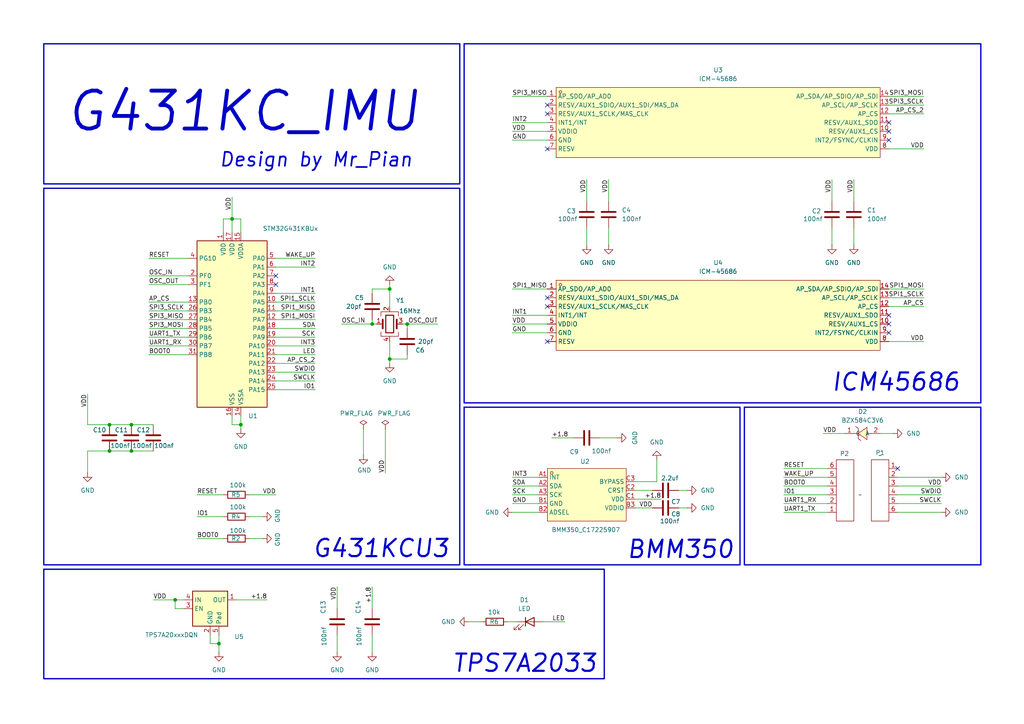
<source format=kicad_sch>
(kicad_sch (version 20250114) (generator "eeschema") (generator_version "9.0")
  (paper "A4")
  (title_block (title "G431KB_IMU") (date "2025-03-07"))
  (lib_symbols
    (symbol "Device:C" (pin_numbers (hide yes)) (pin_names (offset 0.254))
      (property "Reference" "C" (at 0.635 2.54 0))
      (property "Value" "C" (at 0.635 -2.54 0))
      (symbol "C_0_1"
        (polyline (pts (xy -2.032 0.762) (xy 2.032 0.762)) (stroke (width 0.508)))
        (polyline (pts (xy -2.032 -0.762) (xy 2.032 -0.762)) (stroke (width 0.508)))
      )
      (symbol "C_1_1"
        (pin passive line (at 0 3.81 270) (length 2.794) (name "~") (number "1"))
        (pin passive line (at 0 -3.81 90) (length 2.794) (name "~") (number "2"))
      )
    )
    (symbol "Device:Crystal_GND24" (pin_names (offset 1.016) (hide yes))
      (property "Reference" "Y" (at 3.175 5.08 0))
      (property "Value" "Crystal_GND24" (at 3.175 3.175 0))
      (symbol "Crystal_GND24_0_1"
        (polyline (pts (xy -2.54 2.286) (xy -2.54 3.556) (xy 2.54 3.556) (xy 2.54 2.286)))
        (polyline (pts (xy -2.54 0) (xy -2.032 0)))
        (polyline (pts (xy -2.54 -2.286) (xy -2.54 -3.556) (xy 2.54 -3.556) (xy 2.54 -2.286)))
        (polyline (pts (xy -2.032 -1.27) (xy -2.032 1.27)) (stroke (width 0.508)))
        (rectangle (start -1.143 2.54) (end 1.143 -2.54) (stroke (width 0.3048)))
        (polyline (pts (xy 0 3.556) (xy 0 3.81)))
        (polyline (pts (xy 0 -3.81) (xy 0 -3.556)))
        (polyline (pts (xy 2.032 0) (xy 2.54 0)))
        (polyline (pts (xy 2.032 -1.27) (xy 2.032 1.27)) (stroke (width 0.508)))
      )
      (symbol "Crystal_GND24_1_1"
        (pin passive line (at -3.81 0 0) (length 1.27) (name "1") (number "1"))
        (pin passive line (at 0 5.08 270) (length 1.27) (name "2") (number "2"))
        (pin passive line (at 0 -5.08 90) (length 1.27) (name "4") (number "4"))
        (pin passive line (at 3.81 0 180) (length 1.27) (name "3") (number "3"))
      )
    )
    (symbol "Device:LED" (pin_numbers (hide yes)) (pin_names (offset 1.016) (hide yes))
      (property "Reference" "D" (at 0 2.54 0))
      (property "Value" "LED" (at 0 -2.54 0))
      (symbol "LED_0_1"
        (polyline (pts (xy -3.048 -0.762) (xy -4.572 -2.286) (xy -3.81 -2.286) (xy -4.572 -2.286) (xy -4.572 -1.524)))
        (polyline (pts (xy -1.778 -0.762) (xy -3.302 -2.286) (xy -2.54 -2.286) (xy -3.302 -2.286) (xy -3.302 -1.524)))
        (polyline (pts (xy -1.27 0) (xy 1.27 0)))
        (polyline (pts (xy -1.27 -1.27) (xy -1.27 1.27)) (stroke (width 0.254)))
        (polyline (pts (xy 1.27 -1.27) (xy 1.27 1.27) (xy -1.27 0) (xy 1.27 -1.27)) (stroke (width 0.254)))
      )
      (symbol "LED_1_1"
        (pin passive line (at -3.81 0 0) (length 2.54) (name "K") (number "1"))
        (pin passive line (at 3.81 0 180) (length 2.54) (name "A") (number "2"))
      )
    )
    (symbol "Device:R" (pin_numbers (hide yes)) (pin_names (offset 0))
      (property "Reference" "R" (at 2.032 0 90))
      (property "Value" "R" (at 0 0 90))
      (symbol "R_0_1"
        (rectangle (start -1.016 -2.54) (end 1.016 2.54) (stroke (width 0.254)))
      )
      (symbol "R_1_1"
        (pin passive line (at 0 3.81 270) (length 1.27) (name "~") (number "1"))
        (pin passive line (at 0 -3.81 90) (length 1.27) (name "~") (number "2"))
      )
    )
    (symbol "MCU_ST_STM32G4:STM32G431KBUx"
      (property "Reference" "U" (at -10.16 26.67 0))
      (property "Value" "STM32G431KBUx" (at 5.08 26.67 0))
      (symbol "STM32G431KBUx_0_1"
        (rectangle (start -10.16 -22.86) (end 10.16 25.4) (stroke (width 0.254)) (fill (type background)))
      )
      (symbol "STM32G431KBUx_1_1"
        (pin bidirectional line (at -12.7 20.32 0) (length 2.54) (name "PG10") (number "4"))
        (pin bidirectional line (at -12.7 15.24 0) (length 2.54) (name "PF0") (number "2"))
        (pin bidirectional line (at -12.7 12.7 0) (length 2.54) (name "PF1") (number "3"))
        (pin bidirectional line (at -12.7 7.62 0) (length 2.54) (name "PB0") (number "13"))
        (pin bidirectional line (at -12.7 5.08 0) (length 2.54) (name "PB3") (number "26"))
        (pin bidirectional line (at -12.7 2.54 0) (length 2.54) (name "PB4") (number "27"))
        (pin bidirectional line (at -12.7 0 0) (length 2.54) (name "PB5") (number "28"))
        (pin bidirectional line (at -12.7 -2.54 0) (length 2.54) (name "PB6") (number "29"))
        (pin bidirectional line (at -12.7 -5.08 0) (length 2.54) (name "PB7") (number "30"))
        (pin bidirectional line (at -12.7 -7.62 0) (length 2.54) (name "PB8") (number "31"))
        (pin power_in line (at -2.54 27.94 270) (length 2.54) (name "VDD") (number "1"))
        (pin power_in line (at 0 27.94 270) (length 2.54) (name "VDD") (number "17"))
        (pin power_in line (at 0 -25.4 90) (length 2.54) (name "VSS") (number "16"))
        (pin passive line (at 0 -25.4 90) (length 2.54) (hide yes) (name "VSS") (number "32"))
        (pin passive line (at 0 -25.4 90) (length 2.54) (hide yes) (name "VSS") (number "33"))
        (pin power_in line (at 2.54 27.94 270) (length 2.54) (name "VDDA") (number "15"))
        (pin power_in line (at 2.54 -25.4 90) (length 2.54) (name "VSSA") (number "14"))
        (pin bidirectional line (at 12.7 20.32 180) (length 2.54) (name "PA0") (number "5"))
        (pin bidirectional line (at 12.7 17.78 180) (length 2.54) (name "PA1") (number "6"))
        (pin bidirectional line (at 12.7 15.24 180) (length 2.54) (name "PA2") (number "7"))
        (pin bidirectional line (at 12.7 12.7 180) (length 2.54) (name "PA3") (number "8"))
        (pin bidirectional line (at 12.7 10.16 180) (length 2.54) (name "PA4") (number "9"))
        (pin bidirectional line (at 12.7 7.62 180) (length 2.54) (name "PA5") (number "10"))
        (pin bidirectional line (at 12.7 5.08 180) (length 2.54) (name "PA6") (number "11"))
        (pin bidirectional line (at 12.7 2.54 180) (length 2.54) (name "PA7") (number "12"))
        (pin bidirectional line (at 12.7 0 180) (length 2.54) (name "PA8") (number "18"))
        (pin bidirectional line (at 12.7 -2.54 180) (length 2.54) (name "PA9") (number "19"))
        (pin bidirectional line (at 12.7 -5.08 180) (length 2.54) (name "PA10") (number "20"))
        (pin bidirectional line (at 12.7 -7.62 180) (length 2.54) (name "PA11") (number "21"))
        (pin bidirectional line (at 12.7 -10.16 180) (length 2.54) (name "PA12") (number "22"))
        (pin bidirectional line (at 12.7 -12.7 180) (length 2.54) (name "PA13") (number "23"))
        (pin bidirectional line (at 12.7 -15.24 180) (length 2.54) (name "PA14") (number "24"))
        (pin bidirectional line (at 12.7 -17.78 180) (length 2.54) (name "PA15") (number "25"))
      )
    )
    (symbol "Regulator_Linear:TPS7A20xxxDQN"
      (property "Reference" "U" (at -3.81 6.35 0))
      (property "Value" "TPS7A20xxxDQN" (at 6.35 6.35 0))
      (symbol "TPS7A20xxxDQN_0_1"
        (rectangle (start -5.08 5.08) (end 5.08 -5.08) (stroke (width 0.254)) (fill (type background)))
        (pin power_in line (at -7.62 2.54 0) (length 2.54) (name "IN") (number "4"))
        (pin input line (at -7.62 0 0) (length 2.54) (name "EN") (number "3"))
        (pin power_in line (at 0 -7.62 90) (length 2.54) (name "GND") (number "2"))
        (pin power_out line (at 7.62 2.54 180) (length 2.54) (name "OUT") (number "1"))
      )
      (symbol "TPS7A20xxxDQN_1_1"
        (pin passive line (at 2.54 -7.62 90) (length 2.54) (name "Pad") (number "5"))
      )
    )
    (symbol "User_Symbols:6Pin半孔"
      (property "Reference" "P" (at -0.762 0.508 0))
      (symbol "6Pin半孔_0_1"
        (rectangle (start -2.54 -1.27) (end 2.54 -19.05))
      )
      (symbol "6Pin半孔_1_1"
        (pin unspecified line (at 5.08 -3.81 180) (length 2.54) (name "") (number "1"))
        (pin unspecified line (at 5.08 -6.35 180) (length 2.54) (name "") (number "2"))
        (pin unspecified line (at 5.08 -8.89 180) (length 2.54) (name "") (number "3"))
        (pin unspecified line (at 5.08 -11.43 180) (length 2.54) (name "") (number "4"))
        (pin unspecified line (at 5.08 -13.97 180) (length 2.54) (name "") (number "5"))
        (pin unspecified line (at 5.08 -16.51 180) (length 2.54) (name "") (number "6"))
      )
    )
    (symbol "easyeda2kicad:BMM350_C17225907"
      (property "Reference" "U" (at 0 11.43 0))
      (property "Value" "BMM350_C17225907" (at 0 -8.89 0))
      (symbol "BMM350_C17225907_0_1"
        (rectangle (start -12.7 8.89) (end 10.16 -6.35) (fill (type background)))
        (circle (center -11.43 7.62) (radius 0.38))
        (pin unspecified line (at -15.24 6.35 0) (length 2.54) (name "INT") (number "A1"))
        (pin unspecified line (at -15.24 3.81 0) (length 2.54) (name "SDA") (number "A2"))
        (pin unspecified line (at -15.24 1.27 0) (length 2.54) (name "SCK") (number "A3"))
        (pin unspecified line (at -15.24 -1.27 0) (length 2.54) (name "GND") (number "B1"))
        (pin unspecified line (at -15.24 -3.81 0) (length 2.54) (name "ADSEL") (number "B2"))
        (pin unspecified line (at 12.7 5.08 180) (length 2.54) (name "BYPASS") (number "C3"))
        (pin unspecified line (at 12.7 2.54 180) (length 2.54) (name "CRST") (number "C2"))
        (pin unspecified line (at 12.7 0 180) (length 2.54) (name "VDD") (number "C1"))
        (pin unspecified line (at 12.7 -2.54 180) (length 2.54) (name "VDDIO") (number "B3"))
      )
    )
    (symbol "easyeda2kicad:BZX584C3V6"
      (property "Reference" "D" (at 0 5.08 0))
      (property "Value" "BZX584C3V6" (at 0 -5.08 0))
      (symbol "BZX584C3V6_0_1"
        (polyline (pts (xy -2.03 2.03) (xy -1.27 1.52) (xy -1.27 -1.52) (xy -0.51 -2.03)))
        (polyline (pts (xy -1.27 0) (xy -2.54 0)))
        (polyline (pts (xy 1.27 1.78) (xy -1.27 0) (xy 1.27 -1.78) (xy 1.27 1.78)) (fill (type background)))
        (polyline (pts (xy 2.54 0) (xy 1.27 0)))
        (pin unspecified line (at -5.08 0 0) (length 2.54) (name "C") (number "1"))
        (pin unspecified line (at 5.08 0 180) (length 2.54) (name "A") (number "2"))
      )
    )
    (symbol "easyeda2kicad:ICM-45686"
      (property "Reference" "U" (at 0 12.7 0))
      (property "Value" "ICM-45686" (at 0 -12.7 0))
      (symbol "ICM-45686_0_1"
        (rectangle (start -46.99 10.16) (end 46.99 -10.16) (fill (type background)))
        (circle (center -45.72 8.89) (radius 0.38))
        (pin unspecified line (at -49.53 7.62 0) (length 2.54) (name "AP_SDO/AP_AD0") (number "1"))
        (pin unspecified line (at -49.53 5.08 0) (length 2.54) (name "RESV/AUX1_SDIO/AUX1_SDI/MAS_DA") (number "2"))
        (pin unspecified line (at -49.53 2.54 0) (length 2.54) (name "RESV/AUX1_SCLK/MAS_CLK") (number "3"))
        (pin unspecified line (at -49.53 0 0) (length 2.54) (name "INT1/INT") (number "4"))
        (pin unspecified line (at -49.53 -2.54 0) (length 2.54) (name "VDDIO") (number "5"))
        (pin unspecified line (at -49.53 -5.08 0) (length 2.54) (name "GND") (number "6"))
        (pin unspecified line (at -49.53 -7.62 0) (length 2.54) (name "RESV") (number "7"))
        (pin unspecified line (at 49.53 7.62 180) (length 2.54) (name "AP_SDA/AP_SDIO/AP_SDI") (number "14"))
        (pin unspecified line (at 49.53 5.08 180) (length 2.54) (name "AP_SCL/AP_SCLK") (number "13"))
        (pin unspecified line (at 49.53 2.54 180) (length 2.54) (name "AP_CS") (number "12"))
        (pin unspecified line (at 49.53 0 180) (length 2.54) (name "RESV/AUX1_SDO") (number "11"))
        (pin unspecified line (at 49.53 -2.54 180) (length 2.54) (name "RESV/AUX1_CS") (number "10"))
        (pin unspecified line (at 49.53 -5.08 180) (length 2.54) (name "INT2/FSYNC/CLKIN") (number "9"))
        (pin unspecified line (at 49.53 -7.62 180) (length 2.54) (name "VDD") (number "8"))
      )
    )
    (symbol "power:GND" (power) (pin_numbers (hide yes)) (pin_names (offset 0) (hide yes))
      (property "Value" "GND" (at 0 -3.81 0))
      (symbol "GND_0_1"
        (polyline (pts (xy 0 0) (xy 0 -1.27) (xy 1.27 -1.27) (xy 0 -2.54) (xy -1.27 -1.27) (xy 0 -1.27)))
      )
      (symbol "GND_1_1"
        (pin power_in line (at 0 0 270) (length 0) (name "~") (number "1"))
      )
    )
    (symbol "power:PWR_FLAG" (power) (pin_numbers (hide yes)) (pin_names (offset 0) (hide yes))
      (property "Value" "PWR_FLAG" (at 0 3.81 0))
      (symbol "PWR_FLAG_0_0"
        (pin power_out line (at 0 0 90) (length 0) (name "~") (number "1"))
      )
      (symbol "PWR_FLAG_0_1"
        (polyline (pts (xy 0 0) (xy 0 1.27) (xy -1.016 1.905) (xy 0 2.54) (xy 1.016 1.905) (xy 0 1.27)))
      )
    )
  )
  (rectangle (start 12.7 54.61) (end 133.35 163.83) (stroke (width 0.381)))
  (rectangle (start 215.9 118.11) (end 284.48 163.83) (stroke (width 0.381)))
  (rectangle (start 12.7 12.7) (end 133.35 53.34) (stroke (width 0.381)))
  (rectangle (start 134.62 12.7) (end 284.48 116.84) (stroke (width 0.381)))
  (rectangle (start 12.7 165.1) (end 175.26 196.85) (stroke (width 0.381)))
  (rectangle (start 134.62 118.11) (end 214.63 163.83) (stroke (width 0.381)))
  (text "Design by Mr_Pian" (at 91.694 46.482 0) (effects (font (size 4 4) (thickness 0.5) (italic yes))))
  (text "BMM350" (at 197.358 159.512 0) (effects (font (size 5 5) (thickness 0.625) (italic yes))))
  (text "G431KC_IMU" (at 70.612 32.512 0) (effects (font (size 11 11) (thickness 1.125) (italic yes))))
  (text "ICM45686" (at 259.842 110.998 0) (effects (font (size 5 5) (thickness 0.625) (italic yes))))
  (text "TPS7A2033" (at 152.146 192.532 0) (effects (font (size 5 5) (thickness 0.625) (italic yes))))
  (text "G431KCU3" (at 110.49 159.258 0) (effects (font (size 5 5) (thickness 0.625) (italic yes))))
  (junction (at 113.03 83.82))
  (junction (at 38.1 123.19))
  (junction (at 38.1 130.81))
  (junction (at 63.5 186.69))
  (junction (at 31.75 130.81))
  (junction (at 69.85 123.19))
  (junction (at 113.03 104.14))
  (junction (at 107.95 93.98))
  (junction (at 31.75 123.19))
  (junction (at 118.11 93.98))
  (junction (at 67.31 63.5))
  (junction (at 50.8 173.99))
  (no_connect (at 158.75 43.18))
  (no_connect (at 257.81 93.98))
  (no_connect (at 260.35 135.89))
  (no_connect (at 257.81 91.44))
  (no_connect (at 257.81 38.1))
  (no_connect (at 158.75 33.02))
  (no_connect (at 80.01 80.01))
  (no_connect (at 257.81 40.64))
  (no_connect (at 257.81 35.56))
  (no_connect (at 158.75 88.9))
  (no_connect (at 158.75 86.36))
  (no_connect (at 158.75 99.06))
  (no_connect (at 158.75 30.48))
  (no_connect (at 80.01 82.55))
  (no_connect (at 257.81 96.52))
  (wire (pts (xy 91.44 92.71) (xy 80.01 92.71)))
  (wire (pts (xy 91.44 85.09) (xy 80.01 85.09)))
  (wire (pts (xy 176.53 52.07) (xy 176.53 58.42)))
  (wire (pts (xy 189.23 147.32) (xy 184.15 147.32)))
  (wire (pts (xy 267.97 30.48) (xy 257.81 30.48)))
  (wire (pts (xy 227.33 135.89) (xy 240.03 135.89)))
  (wire (pts (xy 118.11 104.14) (xy 113.03 104.14)))
  (wire (pts (xy 107.95 93.98) (xy 109.22 93.98)))
  (wire (pts (xy 227.33 148.59) (xy 240.03 148.59)))
  (wire (pts (xy 238.76 125.73) (xy 245.11 125.73)))
  (wire (pts (xy 43.18 97.79) (xy 54.61 97.79)))
  (wire (pts (xy 148.59 38.1) (xy 158.75 38.1)))
  (wire (pts (xy 199.39 142.24) (xy 196.85 142.24)))
  (wire (pts (xy 191.77 144.78) (xy 184.15 144.78)))
  (wire (pts (xy 67.31 120.65) (xy 67.31 123.19)))
  (wire (pts (xy 148.59 93.98) (xy 158.75 93.98)))
  (wire (pts (xy 148.59 138.43) (xy 156.21 138.43)))
  (wire (pts (xy 247.65 71.12) (xy 247.65 66.04)))
  (wire (pts (xy 25.4 137.16) (xy 25.4 130.81)))
  (wire (pts (xy 148.59 148.59) (xy 156.21 148.59)))
  (wire (pts (xy 148.59 35.56) (xy 158.75 35.56)))
  (wire (pts (xy 105.41 124.46) (xy 105.41 132.08)))
  (wire (pts (xy 267.97 83.82) (xy 257.81 83.82)))
  (wire (pts (xy 60.96 186.69) (xy 63.5 186.69)))
  (wire (pts (xy 38.1 123.19) (xy 44.45 123.19)))
  (wire (pts (xy 241.3 71.12) (xy 241.3 66.04)))
  (wire (pts (xy 267.97 43.18) (xy 257.81 43.18)))
  (wire (pts (xy 91.44 77.47) (xy 80.01 77.47)))
  (wire (pts (xy 170.18 52.07) (xy 170.18 58.42)))
  (wire (pts (xy 111.76 137.16) (xy 111.76 124.46)))
  (wire (pts (xy 273.05 138.43) (xy 260.35 138.43)))
  (wire (pts (xy 148.59 140.97) (xy 156.21 140.97)))
  (wire (pts (xy 53.34 176.53) (xy 50.8 176.53)))
  (wire (pts (xy 227.33 146.05) (xy 240.03 146.05)))
  (wire (pts (xy 67.31 63.5) (xy 69.85 63.5)))
  (wire (pts (xy 99.06 93.98) (xy 107.95 93.98)))
  (wire (pts (xy 91.44 74.93) (xy 80.01 74.93)))
  (wire (pts (xy 190.5 133.35) (xy 190.5 139.7)))
  (wire (pts (xy 116.84 93.98) (xy 118.11 93.98)))
  (wire (pts (xy 69.85 124.46) (xy 69.85 123.19)))
  (wire (pts (xy 80.01 143.51) (xy 72.39 143.51)))
  (wire (pts (xy 43.18 95.25) (xy 54.61 95.25)))
  (wire (pts (xy 69.85 63.5) (xy 69.85 67.31)))
  (wire (pts (xy 60.96 184.15) (xy 60.96 186.69)))
  (wire (pts (xy 107.95 92.71) (xy 107.95 93.98)))
  (wire (pts (xy 91.44 105.41) (xy 80.01 105.41)))
  (wire (pts (xy 67.31 123.19) (xy 69.85 123.19)))
  (wire (pts (xy 170.18 71.12) (xy 170.18 66.04)))
  (wire (pts (xy 97.79 189.23) (xy 97.79 184.15)))
  (wire (pts (xy 267.97 88.9) (xy 257.81 88.9)))
  (wire (pts (xy 91.44 97.79) (xy 80.01 97.79)))
  (wire (pts (xy 107.95 170.18) (xy 107.95 176.53)))
  (wire (pts (xy 63.5 186.69) (xy 63.5 184.15)))
  (wire (pts (xy 227.33 138.43) (xy 240.03 138.43)))
  (wire (pts (xy 113.03 104.14) (xy 113.03 99.06)))
  (wire (pts (xy 43.18 87.63) (xy 54.61 87.63)))
  (wire (pts (xy 64.77 149.86) (xy 57.15 149.86)))
  (wire (pts (xy 267.97 33.02) (xy 257.81 33.02)))
  (wire (pts (xy 69.85 123.19) (xy 69.85 120.65)))
  (wire (pts (xy 91.44 90.17) (xy 80.01 90.17)))
  (wire (pts (xy 227.33 140.97) (xy 240.03 140.97)))
  (wire (pts (xy 97.79 170.18) (xy 97.79 176.53)))
  (wire (pts (xy 135.89 180.34) (xy 139.7 180.34)))
  (wire (pts (xy 57.15 143.51) (xy 64.77 143.51)))
  (wire (pts (xy 43.18 100.33) (xy 54.61 100.33)))
  (wire (pts (xy 44.45 173.99) (xy 50.8 173.99)))
  (wire (pts (xy 259.08 125.73) (xy 255.27 125.73)))
  (wire (pts (xy 91.44 102.87) (xy 80.01 102.87)))
  (wire (pts (xy 113.03 105.41) (xy 113.03 104.14)))
  (wire (pts (xy 76.2 149.86) (xy 72.39 149.86)))
  (wire (pts (xy 273.05 148.59) (xy 260.35 148.59)))
  (wire (pts (xy 77.47 173.99) (xy 68.58 173.99)))
  (wire (pts (xy 64.77 156.21) (xy 57.15 156.21)))
  (wire (pts (xy 148.59 83.82) (xy 158.75 83.82)))
  (wire (pts (xy 273.05 146.05) (xy 260.35 146.05)))
  (wire (pts (xy 113.03 83.82) (xy 113.03 88.9)))
  (wire (pts (xy 38.1 130.81) (xy 44.45 130.81)))
  (wire (pts (xy 43.18 92.71) (xy 54.61 92.71)))
  (wire (pts (xy 163.83 180.34) (xy 157.48 180.34)))
  (wire (pts (xy 247.65 52.07) (xy 247.65 58.42)))
  (wire (pts (xy 64.77 67.31) (xy 64.77 63.5)))
  (wire (pts (xy 67.31 57.15) (xy 67.31 63.5)))
  (wire (pts (xy 107.95 83.82) (xy 107.95 85.09)))
  (wire (pts (xy 64.77 63.5) (xy 67.31 63.5)))
  (wire (pts (xy 76.2 156.21) (xy 72.39 156.21)))
  (wire (pts (xy 50.8 176.53) (xy 50.8 173.99)))
  (wire (pts (xy 179.07 127) (xy 173.99 127)))
  (wire (pts (xy 118.11 104.14) (xy 118.11 102.87)))
  (wire (pts (xy 43.18 80.01) (xy 54.61 80.01)))
  (wire (pts (xy 148.59 27.94) (xy 158.75 27.94)))
  (wire (pts (xy 267.97 27.94) (xy 257.81 27.94)))
  (wire (pts (xy 107.95 83.82) (xy 113.03 83.82)))
  (wire (pts (xy 148.59 146.05) (xy 156.21 146.05)))
  (wire (pts (xy 91.44 113.03) (xy 80.01 113.03)))
  (wire (pts (xy 227.33 143.51) (xy 240.03 143.51)))
  (wire (pts (xy 91.44 110.49) (xy 80.01 110.49)))
  (wire (pts (xy 118.11 93.98) (xy 127 93.98)))
  (wire (pts (xy 199.39 147.32) (xy 196.85 147.32)))
  (wire (pts (xy 107.95 189.23) (xy 107.95 184.15)))
  (wire (pts (xy 91.44 107.95) (xy 80.01 107.95)))
  (wire (pts (xy 148.59 40.64) (xy 158.75 40.64)))
  (wire (pts (xy 67.31 63.5) (xy 67.31 67.31)))
  (wire (pts (xy 148.59 91.44) (xy 158.75 91.44)))
  (wire (pts (xy 91.44 100.33) (xy 80.01 100.33)))
  (wire (pts (xy 113.03 82.55) (xy 113.03 83.82)))
  (wire (pts (xy 241.3 52.07) (xy 241.3 58.42)))
  (wire (pts (xy 43.18 82.55) (xy 54.61 82.55)))
  (wire (pts (xy 160.02 127) (xy 166.37 127)))
  (wire (pts (xy 43.18 74.93) (xy 54.61 74.93)))
  (wire (pts (xy 63.5 189.23) (xy 63.5 186.69)))
  (wire (pts (xy 118.11 93.98) (xy 118.11 95.25)))
  (wire (pts (xy 25.4 114.3) (xy 25.4 123.19)))
  (wire (pts (xy 91.44 95.25) (xy 80.01 95.25)))
  (wire (pts (xy 147.32 180.34) (xy 149.86 180.34)))
  (wire (pts (xy 91.44 87.63) (xy 80.01 87.63)))
  (wire (pts (xy 31.75 130.81) (xy 38.1 130.81)))
  (wire (pts (xy 148.59 96.52) (xy 158.75 96.52)))
  (wire (pts (xy 148.59 143.51) (xy 156.21 143.51)))
  (wire (pts (xy 267.97 99.06) (xy 257.81 99.06)))
  (wire (pts (xy 25.4 130.81) (xy 31.75 130.81)))
  (wire (pts (xy 190.5 139.7) (xy 184.15 139.7)))
  (wire (pts (xy 189.23 142.24) (xy 184.15 142.24)))
  (wire (pts (xy 25.4 123.19) (xy 31.75 123.19)))
  (wire (pts (xy 43.18 90.17) (xy 54.61 90.17)))
  (wire (pts (xy 273.05 140.97) (xy 260.35 140.97)))
  (wire (pts (xy 273.05 143.51) (xy 260.35 143.51)))
  (wire (pts (xy 50.8 173.99) (xy 53.34 173.99)))
  (wire (pts (xy 267.97 86.36) (xy 257.81 86.36)))
  (wire (pts (xy 176.53 71.12) (xy 176.53 66.04)))
  (wire (pts (xy 43.18 102.87) (xy 54.61 102.87)))
  (wire (pts (xy 31.75 123.19) (xy 38.1 123.19)))
  (label "SPI3_MOSI" (at 267.97 27.94 180))
  (label "SPI1_SCLK" (at 267.97 86.36 180))
  (label "INT1" (at 148.59 91.44 0))
  (label "SPI3_MOSI" (at 43.18 95.25 0))
  (label "UART1_TX" (at 227.33 148.59 0))
  (label "RESET" (at 227.33 135.89 0))
  (label "AP_CS" (at 43.18 87.63 0))
  (label "SDA" (at 91.44 95.25 180))
  (label "SDA" (at 148.59 140.97 0))
  (label "OSC_IN" (at 99.06 93.98 0))
  (label "GND" (at 148.59 96.52 0))
  (label "SWCLK" (at 273.05 146.05 180))
  (label "AP_CS_2" (at 91.44 105.41 180))
  (label "OSC_OUT" (at 127 93.98 180))
  (label "VDD" (at 67.31 57.15 270))
  (label "SCK" (at 148.59 143.51 0))
  (label "SWDIO" (at 273.05 143.51 180))
  (label "LED" (at 163.83 180.34 180))
  (label "SPI1_MOSI" (at 267.97 83.82 180))
  (label "+1.8" (at 107.95 170.18 270))
  (label "BOOT0" (at 43.18 102.87 0))
  (label "VDD" (at 238.76 125.73 0))
  (label "SPI1_SCLK" (at 91.44 87.63 180))
  (label "VDD" (at 111.76 137.16 90) (effects (font (thickness 0.1588))))
  (label "+1.8" (at 160.02 127 0))
  (label "GND" (at 148.59 40.64 0))
  (label "UART1_RX" (at 227.33 146.05 0))
  (label "VDD" (at 267.97 99.06 180))
  (label "VDD" (at 241.3 52.07 270))
  (label "VDD" (at 25.4 114.3 270))
  (label "VDD" (at 44.45 173.99 0) (effects (font (thickness 0.1588))))
  (label "SWCLK" (at 91.44 110.49 180))
  (label "UART1_TX" (at 43.18 97.79 0))
  (label "BOOT0" (at 227.33 140.97 0))
  (label "SWDIO" (at 91.44 107.95 180))
  (label "SPI3_SCLK" (at 43.18 90.17 0))
  (label "AP_CS" (at 267.97 88.9 180))
  (label "VDD" (at 247.65 52.07 270))
  (label "VDD" (at 148.59 38.1 0))
  (label "WAKE_UP" (at 227.33 138.43 0))
  (label "SPI1_MISO" (at 148.59 83.82 0))
  (label "RESET" (at 57.15 143.51 0))
  (label "VDD" (at 267.97 43.18 180))
  (label "BOOT0" (at 57.15 156.21 0))
  (label "VDD" (at 170.18 52.07 270))
  (label "VDD" (at 273.05 140.97 180))
  (label "IO1" (at 91.44 113.03 180))
  (label "IO1" (at 57.15 149.86 0))
  (label "INT1" (at 91.44 85.09 180))
  (label "VDD" (at 176.53 52.07 270))
  (label "+1.8" (at 191.77 144.78 180))
  (label "VDD" (at 80.01 143.51 180))
  (label "SPI3_MISO" (at 43.18 92.71 0))
  (label "OSC_IN" (at 43.18 80.01 0))
  (label "SPI3_MISO" (at 148.59 27.94 0))
  (label "SPI1_MOSI" (at 91.44 92.71 180))
  (label "SPI1_MISO" (at 91.44 90.17 180))
  (label "OSC_OUT" (at 43.18 82.55 0))
  (label "LED" (at 91.44 102.87 180))
  (label "VDD" (at 97.79 170.18 270))
  (label "INT2" (at 91.44 77.47 180))
  (label "AP_CS_2" (at 267.97 33.02 180))
  (label "VDD" (at 148.59 93.98 0))
  (label "+1.8" (at 77.47 173.99 180))
  (label "INT3" (at 148.59 138.43 0))
  (label "SPI3_SCLK" (at 267.97 30.48 180))
  (label "WAKE_UP" (at 91.44 74.93 180))
  (label "GND" (at 148.59 146.05 0))
  (label "SCK" (at 91.44 97.79 180))
  (label "RESET" (at 43.18 74.93 0))
  (label "INT3" (at 91.44 100.33 180))
  (label "UART1_RX" (at 43.18 100.33 0))
  (label "INT2" (at 148.59 35.56 0))
  (label "VDD" (at 189.23 147.32 180))
  (label "IO1" (at 227.33 143.51 0))
  (symbol (lib_id "Device:C") (at 118.11 99.06 180) (unit 1)
    (property "Reference" "C6" (at 123.19 101.6 0) (effects (justify left)))
    (property "Value" "20pf" (at 125.73 99.06 0) (effects (justify left)))
    (property "Footprint" "Capacitor_SMD:C_0201_0603Metric" (effects (hide yes)))
    (property "Description" "Unpolarized capacitor" (effects (hide yes)))
  )
  (symbol (lib_id "User_Symbols:6Pin半孔") (at 245.11 152.4 180) (unit 1)
    (property "Reference" "P2" (at 243.586 131.572 0) (effects (justify right)))
    (property "Value" "~" (at 248.92 143.51 0) (effects (justify right)))
    (property "Footprint" "User_footprints:6Pin2.54" (effects (hide yes)))
  )
  (symbol (lib_id "power:GND") (at 176.53 71.12 0) (unit 1)
    (property "Reference" "#PWR04" (effects (hide yes)))
    (property "Value" "GND" (at 176.53 76.2 0))
    (property "Description" "Power symbol creates a global label with name \"GND\" , ground" (effects (hide yes)))
  )
  (symbol (lib_id "easyeda2kicad:ICM-45686") (at 208.28 91.44 0) (unit 1)
    (property "Reference" "U4" (at 208.28 76.2 0))
    (property "Value" "ICM-45686" (at 208.28 78.74 0))
    (property "Footprint" "easyeda2kicad:LGA-14_L3.0-W2.5-P0.50-TL" (effects (hide yes)))
    (property "LCSC Part" "C22459454" (effects (hide yes)))
  )
  (symbol (lib_id "power:GND") (at 273.05 138.43 90) (unit 1)
    (property "Reference" "#PWR016" (effects (hide yes)))
    (property "Value" "GND" (at 276.86 138.4299 90) (effects (justify right)))
    (property "Description" "Power symbol creates a global label with name \"GND\" , ground" (effects (hide yes)))
  )
  (symbol (lib_id "Regulator_Linear:TPS7A20xxxDQN") (at 60.96 176.53 0) (unit 1)
    (property "Reference" "U5" (at 69.342 184.658 0))
    (property "Value" "TPS7A20xxxDQN" (at 49.784 184.15 0))
    (property "Footprint" "Package_SON:Texas_X2SON-4_1x1mm_P0.65mm" (effects (hide yes)))
    (property "Datasheet" "https://www.ti.com/lit/ds/symlink/tps7a20.pdf" (effects (hide yes)))
    (property "Description" "300 mA Low Dropout Voltage Regulator, Fixed Output, 1.6..6.0Vin, Low-Noise (7μV RMS), 6.5μA IQ LDO, X2SON-5" (effects (hide yes)))
  )
  (symbol (lib_id "power:GND") (at 76.2 149.86 90) (mirror x) (unit 1)
    (property "Reference" "#PWR015" (effects (hide yes)))
    (property "Value" "GND" (at 80.518 149.606 0))
    (property "Description" "Power symbol creates a global label with name \"GND\" , ground" (effects (hide yes)))
  )
  (symbol (lib_id "Device:C") (at 107.95 180.34 0) (unit 1)
    (property "Reference" "C14" (at 103.886 178.054 90) (effects (justify left)))
    (property "Value" "100nf" (at 104.14 187.452 90) (effects (justify left)))
    (property "Footprint" "Capacitor_SMD:C_0201_0603Metric" (effects (hide yes)))
    (property "Description" "Unpolarized capacitor" (effects (hide yes)))
  )
  (symbol (lib_id "User_Symbols:6Pin半孔") (at 255.27 132.08 0) (unit 1)
    (property "Reference" "P1" (at 255.27 131.318 0))
    (property "Value" "~" (at 255.27 132.08 0))
    (property "Footprint" "User_footprints:6Pin2.54" (effects (hide yes)))
  )
  (symbol (lib_id "power:GND") (at 135.89 180.34 270) (unit 1)
    (property "Reference" "#PWR021" (effects (hide yes)))
    (property "Value" "GND" (at 132.08 180.3399 90) (effects (justify right)))
    (property "Description" "Power symbol creates a global label with name \"GND\" , ground" (effects (hide yes)))
  )
  (symbol (lib_id "Device:C") (at 193.04 142.24 90) (unit 1)
    (property "Reference" "C7" (at 197.358 145.542 90) (effects (justify left)))
    (property "Value" "2.2uf" (at 196.85 138.684 90) (effects (justify left)))
    (property "Footprint" "Capacitor_SMD:C_0201_0603Metric" (effects (hide yes)))
    (property "Description" "Unpolarized capacitor" (effects (hide yes)))
  )
  (symbol (lib_id "Device:C") (at 31.75 127 0) (unit 1)
    (property "Reference" "C10" (at 26.924 124.714 0) (effects (justify left)))
    (property "Value" "100nf" (at 32.004 129.286 0) (effects (justify left)))
    (property "Footprint" "Capacitor_SMD:C_0201_0603Metric" (effects (hide yes)))
    (property "Description" "Unpolarized capacitor" (effects (hide yes)))
  )
  (symbol (lib_id "Device:C") (at 241.3 62.23 0) (unit 1)
    (property "Reference" "C2" (at 235.458 61.214 0) (effects (justify left)))
    (property "Value" "100nf" (at 232.918 63.5 0) (effects (justify left)))
    (property "Footprint" "Capacitor_SMD:C_0201_0603Metric" (effects (hide yes)))
    (property "Description" "Unpolarized capacitor" (effects (hide yes)))
  )
  (symbol (lib_id "power:GND") (at 105.41 132.08 0) (mirror y) (unit 1)
    (property "Reference" "#PWR020" (effects (hide yes)))
    (property "Value" "GND" (at 105.664 136.398 0))
    (property "Description" "Power symbol creates a global label with name \"GND\" , ground" (effects (hide yes)))
  )
  (symbol (lib_id "power:GND") (at 247.65 71.12 0) (unit 1)
    (property "Reference" "#PWR01" (effects (hide yes)))
    (property "Value" "GND" (at 247.65 76.2 0))
    (property "Description" "Power symbol creates a global label with name \"GND\" , ground" (effects (hide yes)))
  )
  (symbol (lib_id "Device:R") (at 143.51 180.34 90) (mirror x) (unit 1)
    (property "Reference" "R6" (at 141.986 180.34 90) (effects (justify right)))
    (property "Value" "10k" (at 141.478 177.546 90) (effects (justify right)))
    (property "Footprint" "Resistor_SMD:R_0201_0603Metric" (effects (hide yes)))
    (property "Description" "Resistor" (effects (hide yes)))
  )
  (symbol (lib_id "Device:Crystal_GND24") (at 113.03 93.98 0) (unit 1)
    (property "Reference" "Y1" (at 116.078 87.122 0))
    (property "Value" "16Mhz" (at 118.872 90.17 0))
    (property "Footprint" "Crystal:Crystal_SMD_2016-4Pin_2.0x1.6mm" (effects (hide yes)))
    (property "Description" "Four pin crystal, GND on pins 2 and 4" (effects (hide yes)))
  )
  (symbol (lib_id "power:GND") (at 97.79 189.23 0) (unit 1)
    (property "Reference" "#PWR018" (effects (hide yes)))
    (property "Value" "GND" (at 97.79 194.31 0))
    (property "Description" "Power symbol creates a global label with name \"GND\" , ground" (effects (hide yes)))
  )
  (symbol (lib_id "power:PWR_FLAG") (at 111.76 124.46 0) (unit 1)
    (property "Reference" "#FLG02" (effects (hide yes)))
    (property "Value" "PWR_FLAG" (at 114.3 119.888 0))
    (property "Description" "Special symbol for telling ERC where power comes from" (effects (hide yes)))
  )
  (symbol (lib_id "power:GND") (at 179.07 127 90) (unit 1)
    (property "Reference" "#PWR011" (effects (hide yes)))
    (property "Value" "GND" (at 184.15 127 0))
    (property "Description" "Power symbol creates a global label with name \"GND\" , ground" (effects (hide yes)))
  )
  (symbol (lib_id "power:GND") (at 113.03 105.41 0) (unit 1)
    (property "Reference" "#PWR05" (effects (hide yes)))
    (property "Value" "GND" (at 113.03 110.49 0))
    (property "Description" "Power symbol creates a global label with name \"GND\" , ground" (effects (hide yes)))
  )
  (symbol (lib_id "Device:C") (at 44.45 127 0) (unit 1)
    (property "Reference" "C12" (at 39.624 124.714 0) (effects (justify left)))
    (property "Value" "100nf" (at 44.704 129.286 0) (effects (justify left)))
    (property "Footprint" "Capacitor_SMD:C_0201_0603Metric" (effects (hide yes)))
    (property "Description" "Unpolarized capacitor" (effects (hide yes)))
  )
  (symbol (lib_id "Device:R") (at 68.58 149.86 90) (mirror x) (unit 1)
    (property "Reference" "R4" (at 67.056 149.86 90) (effects (justify right)))
    (property "Value" "100k" (at 66.548 147.066 90) (effects (justify right)))
    (property "Footprint" "Resistor_SMD:R_0201_0603Metric" (effects (hide yes)))
    (property "Description" "Resistor" (effects (hide yes)))
  )
  (symbol (lib_id "power:GND") (at 199.39 142.24 90) (unit 1)
    (property "Reference" "#PWR09" (effects (hide yes)))
    (property "Value" "GND" (at 203.2 142.2399 90) (effects (justify right)))
    (property "Description" "Power symbol creates a global label with name \"GND\" , ground" (effects (hide yes)))
  )
  (symbol (lib_id "Device:C") (at 107.95 88.9 0) (unit 1)
    (property "Reference" "C5" (at 102.87 86.36 0) (effects (justify left)))
    (property "Value" "20pf" (at 100.33 88.9 0) (effects (justify left)))
    (property "Footprint" "Capacitor_SMD:C_0201_0603Metric" (effects (hide yes)))
    (property "Description" "Unpolarized capacitor" (effects (hide yes)))
  )
  (symbol (lib_id "power:GND") (at 25.4 137.16 0) (unit 1)
    (property "Reference" "#PWR013" (effects (hide yes)))
    (property "Value" "GND" (at 25.4 142.24 0))
    (property "Description" "Power symbol creates a global label with name \"GND\" , ground" (effects (hide yes)))
  )
  (symbol (lib_id "easyeda2kicad:BZX584C3V6") (at 250.19 125.73 0) (unit 1)
    (property "Reference" "D2" (at 250.19 119.38 0))
    (property "Value" "BZX584C3V6" (at 250.19 121.92 0))
    (property "Footprint" "easyeda2kicad:SOD-523_L1.2-W0.8-LS1.6-RD-1" (effects (hide yes)))
    (property "LCSC Part" "C22395574" (effects (hide yes)))
  )
  (symbol (lib_id "Device:C") (at 38.1 127 0) (unit 1)
    (property "Reference" "C11" (at 33.274 124.714 0) (effects (justify left)))
    (property "Value" "100nf" (at 38.354 129.286 0) (effects (justify left)))
    (property "Footprint" "Capacitor_SMD:C_0201_0603Metric" (effects (hide yes)))
    (property "Description" "Unpolarized capacitor" (effects (hide yes)))
  )
  (symbol (lib_id "power:PWR_FLAG") (at 105.41 124.46 0) (unit 1)
    (property "Reference" "#FLG01" (effects (hide yes)))
    (property "Value" "PWR_FLAG" (at 103.378 119.888 0))
    (property "Description" "Special symbol for telling ERC where power comes from" (effects (hide yes)))
  )
  (symbol (lib_id "power:GND") (at 190.5 133.35 180) (unit 1)
    (property "Reference" "#PWR08" (effects (hide yes)))
    (property "Value" "GND" (at 190.5 128.27 0))
    (property "Description" "Power symbol creates a global label with name \"GND\" , ground" (effects (hide yes)))
  )
  (symbol (lib_id "power:GND") (at 148.59 148.59 270) (unit 1)
    (property "Reference" "#PWR012" (effects (hide yes)))
    (property "Value" "GND" (at 144.78 148.5899 90) (effects (justify right)))
    (property "Description" "Power symbol creates a global label with name \"GND\" , ground" (effects (hide yes)))
  )
  (symbol (lib_id "Device:LED") (at 153.67 180.34 0) (unit 1)
    (property "Reference" "D1" (at 152.0825 173.99 0))
    (property "Value" "LED" (at 152.0825 176.53 0))
    (property "Footprint" "LED_SMD:LED_0402_1005Metric" (effects (hide yes)))
    (property "Description" "Light emitting diode" (effects (hide yes)))
  )
  (symbol (lib_id "easyeda2kicad:ICM-45686") (at 208.28 35.56 0) (unit 1)
    (property "Reference" "U3" (at 208.28 20.32 0))
    (property "Value" "ICM-45686" (at 208.28 22.86 0))
    (property "Footprint" "easyeda2kicad:LGA-14_L3.0-W2.5-P0.50-TL" (effects (hide yes)))
    (property "LCSC Part" "C22459454" (effects (hide yes)))
  )
  (symbol (lib_id "Device:C") (at 176.53 62.23 0) (unit 1)
    (property "Reference" "C4" (at 180.34 60.9599 0) (effects (justify left)))
    (property "Value" "100nf" (at 180.34 63.4999 0) (effects (justify left)))
    (property "Footprint" "Capacitor_SMD:C_0201_0603Metric" (effects (hide yes)))
    (property "Description" "Unpolarized capacitor" (effects (hide yes)))
  )
  (symbol (lib_id "Device:C") (at 247.65 62.23 0) (unit 1)
    (property "Reference" "C1" (at 251.46 60.9599 0) (effects (justify left)))
    (property "Value" "100nf" (at 251.46 63.4999 0) (effects (justify left)))
    (property "Footprint" "Capacitor_SMD:C_0201_0603Metric" (effects (hide yes)))
    (property "Description" "Unpolarized capacitor" (effects (hide yes)))
  )
  (symbol (lib_id "Device:R") (at 68.58 143.51 90) (mirror x) (unit 1)
    (property "Reference" "R5" (at 67.056 143.51 90) (effects (justify right)))
    (property "Value" "100k" (at 66.548 140.716 90) (effects (justify right)))
    (property "Footprint" "Resistor_SMD:R_0201_0603Metric" (effects (hide yes)))
    (property "Description" "Resistor" (effects (hide yes)))
  )
  (symbol (lib_id "Device:C") (at 170.18 62.23 0) (unit 1)
    (property "Reference" "C3" (at 164.338 61.214 0) (effects (justify left)))
    (property "Value" "100nf" (at 161.798 63.5 0) (effects (justify left)))
    (property "Footprint" "Capacitor_SMD:C_0201_0603Metric" (effects (hide yes)))
    (property "Description" "Unpolarized capacitor" (effects (hide yes)))
  )
  (symbol (lib_id "power:GND") (at 107.95 189.23 0) (unit 1)
    (property "Reference" "#PWR019" (effects (hide yes)))
    (property "Value" "GND" (at 107.95 194.31 0))
    (property "Description" "Power symbol creates a global label with name \"GND\" , ground" (effects (hide yes)))
  )
  (symbol (lib_id "Device:R") (at 68.58 156.21 90) (unit 1)
    (property "Reference" "R2" (at 67.056 156.21 90) (effects (justify right)))
    (property "Value" "100k" (at 66.548 153.924 90) (effects (justify right)))
    (property "Footprint" "Resistor_SMD:R_0201_0603Metric" (effects (hide yes)))
    (property "Description" "Resistor" (effects (hide yes)))
  )
  (symbol (lib_id "power:GND") (at 241.3 71.12 0) (unit 1)
    (property "Reference" "#PWR02" (effects (hide yes)))
    (property "Value" "GND" (at 241.3 76.2 0))
    (property "Description" "Power symbol creates a global label with name \"GND\" , ground" (effects (hide yes)))
  )
  (symbol (lib_id "power:GND") (at 199.39 147.32 90) (unit 1)
    (property "Reference" "#PWR010" (effects (hide yes)))
    (property "Value" "GND" (at 203.2 147.3199 90) (effects (justify right)))
    (property "Description" "Power symbol creates a global label with name \"GND\" , ground" (effects (hide yes)))
  )
  (symbol (lib_id "power:GND") (at 76.2 156.21 90) (unit 1)
    (property "Reference" "#PWR014" (effects (hide yes)))
    (property "Value" "GND" (at 80.518 156.464 0))
    (property "Description" "Power symbol creates a global label with name \"GND\" , ground" (effects (hide yes)))
  )
  (symbol (lib_id "power:GND") (at 259.08 125.73 90) (unit 1)
    (property "Reference" "#PWR023" (effects (hide yes)))
    (property "Value" "GND" (at 262.89 125.7299 90) (effects (justify right)))
    (property "Description" "Power symbol creates a global label with name \"GND\" , ground" (effects (hide yes)))
  )
  (symbol (lib_id "power:GND") (at 273.05 148.59 90) (unit 1)
    (property "Reference" "#PWR022" (effects (hide yes)))
    (property "Value" "GND" (at 276.86 148.5901 90) (effects (justify right)))
    (property "Description" "Power symbol creates a global label with name \"GND\" , ground" (effects (hide yes)))
  )
  (symbol (lib_id "easyeda2kicad:BMM350_C17225907") (at 171.45 144.78 0) (unit 1)
    (property "Reference" "U2" (at 169.672 133.858 0))
    (property "Value" "BMM350_C17225907" (at 169.926 153.67 0))
    (property "Footprint" "easyeda2kicad:WLCSP-9_L1.3-W1.3-R3-C3-P0.40-TL" (effects (hide yes)))
    (property "LCSC Part" "C17225907" (effects (hide yes)))
  )
  (symbol (lib_id "Device:C") (at 193.04 147.32 90) (unit 1)
    (property "Reference" "C8" (at 197.358 149.098 90) (effects (justify left)))
    (property "Value" "100nf" (at 197.104 151.13 90) (effects (justify left)))
    (property "Footprint" "Capacitor_SMD:C_0201_0603Metric" (effects (hide yes)))
    (property "Description" "Unpolarized capacitor" (effects (hide yes)))
  )
  (symbol (lib_id "power:GND") (at 63.5 189.23 0) (unit 1)
    (property "Reference" "#PWR017" (effects (hide yes)))
    (property "Value" "GND" (at 63.5 194.31 0))
    (property "Description" "Power symbol creates a global label with name \"GND\" , ground" (effects (hide yes)))
  )
  (symbol (lib_id "power:GND") (at 113.03 82.55 180) (unit 1)
    (property "Reference" "#PWR06" (effects (hide yes)))
    (property "Value" "GND" (at 113.03 77.47 0))
    (property "Description" "Power symbol creates a global label with name \"GND\" , ground" (effects (hide yes)))
  )
  (symbol (lib_id "Device:C") (at 97.79 180.34 0) (unit 1)
    (property "Reference" "C13" (at 93.726 178.054 90) (effects (justify left)))
    (property "Value" "100nf" (at 93.98 187.452 90) (effects (justify left)))
    (property "Footprint" "Capacitor_SMD:C_0201_0603Metric" (effects (hide yes)))
    (property "Description" "Unpolarized capacitor" (effects (hide yes)))
  )
  (symbol (lib_id "MCU_ST_STM32G4:STM32G431KBUx") (at 67.31 95.25 0) (unit 1)
    (property "Reference" "U1" (at 71.9933 120.65 0) (effects (justify left)))
    (property "Value" "STM32G431KBUx" (at 76.2 66.294 0) (effects (justify left)))
    (property "Footprint" "Package_DFN_QFN:QFN-32-1EP_5x5mm_P0.5mm_EP3.45x3.45mm" (effects (hide yes)))
    (property "Datasheet" "https://www.st.com/resource/en/datasheet/stm32g431kb.pdf" (effects (hide yes)))
    (property "Description" "STMicroelectronics Arm Cortex-M4 MCU, 128KB flash, 32KB RAM, 170 MHz, 1.71-3.6V, 26 GPIO, UFQFPN32" (effects (hide yes)))
  )
  (symbol (lib_id "power:GND") (at 170.18 71.12 0) (unit 1)
    (property "Reference" "#PWR03" (effects (hide yes)))
    (property "Value" "GND" (at 170.18 76.2 0))
    (property "Description" "Power symbol creates a global label with name \"GND\" , ground" (effects (hide yes)))
  )
  (symbol (lib_id "power:GND") (at 69.85 124.46 0) (unit 1)
    (property "Reference" "#PWR07" (effects (hide yes)))
    (property "Value" "GND" (at 69.85 129.54 0))
    (property "Description" "Power symbol creates a global label with name \"GND\" , ground" (effects (hide yes)))
  )
  (symbol (lib_id "Device:C") (at 170.18 127 90) (unit 1)
    (property "Reference" "C9" (at 167.894 131.064 90) (effects (justify left)))
    (property "Value" "100nf" (at 177.292 130.81 90) (effects (justify left)))
    (property "Footprint" "Capacitor_SMD:C_0201_0603Metric" (effects (hide yes)))
    (property "Description" "Unpolarized capacitor" (effects (hide yes)))
  )
)
</source>
